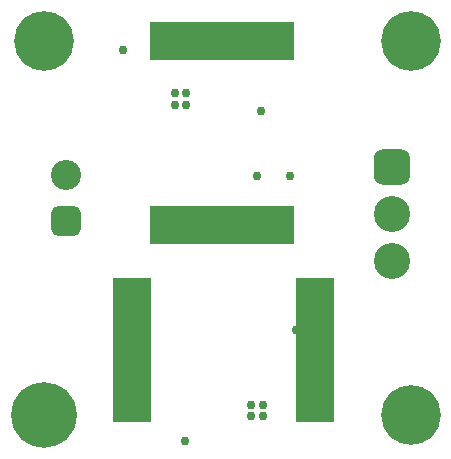
<source format=gbs>
G04*
G04 #@! TF.GenerationSoftware,Altium Limited,Altium Designer,21.8.1 (53)*
G04*
G04 Layer_Color=16711935*
%FSAX44Y44*%
%MOMM*%
G71*
G04*
G04 #@! TF.SameCoordinates,6BB75745-684E-4E6C-8D6C-D78F644A18B4*
G04*
G04*
G04 #@! TF.FilePolarity,Negative*
G04*
G01*
G75*
%ADD20C,5.0500*%
%ADD21C,5.5500*%
%ADD22C,3.0500*%
G04:AMPARAMS|DCode=23|XSize=3.05mm|YSize=3.05mm|CornerRadius=0.775mm|HoleSize=0mm|Usage=FLASHONLY|Rotation=270.000|XOffset=0mm|YOffset=0mm|HoleType=Round|Shape=RoundedRectangle|*
%AMROUNDEDRECTD23*
21,1,3.0500,1.5000,0,0,270.0*
21,1,1.5000,3.0500,0,0,270.0*
1,1,1.5500,-0.7500,-0.7500*
1,1,1.5500,-0.7500,0.7500*
1,1,1.5500,0.7500,0.7500*
1,1,1.5500,0.7500,-0.7500*
%
%ADD23ROUNDEDRECTD23*%
%ADD24C,2.5500*%
G04:AMPARAMS|DCode=25|XSize=2.55mm|YSize=2.55mm|CornerRadius=0.65mm|HoleSize=0mm|Usage=FLASHONLY|Rotation=90.000|XOffset=0mm|YOffset=0mm|HoleType=Round|Shape=RoundedRectangle|*
%AMROUNDEDRECTD25*
21,1,2.5500,1.2500,0,0,90.0*
21,1,1.2500,2.5500,0,0,90.0*
1,1,1.3000,0.6250,0.6250*
1,1,1.3000,0.6250,-0.6250*
1,1,1.3000,-0.6250,-0.6250*
1,1,1.3000,-0.6250,0.6250*
%
%ADD25ROUNDEDRECTD25*%
%ADD26C,0.7500*%
%ADD53R,12.1500X3.3000*%
%ADD54R,3.3000X12.1500*%
D20*
X01341000Y00385000D02*
D03*
X01030000Y00702000D02*
D03*
X01341000D02*
D03*
D21*
X01030000Y00385000D02*
D03*
D22*
X01325000Y00516000D02*
D03*
Y00555600D02*
D03*
D23*
Y00595200D02*
D03*
D24*
X01049000Y00588800D02*
D03*
D25*
Y00549200D02*
D03*
D26*
X01208000Y00559000D02*
D03*
X01203000Y00547000D02*
D03*
X01168000Y00703000D02*
D03*
Y00694000D02*
D03*
X01189000Y00703000D02*
D03*
Y00694000D02*
D03*
X01217000Y00546000D02*
D03*
Y00559000D02*
D03*
X01104000Y00386000D02*
D03*
X01255000Y00460000D02*
D03*
X01265000Y00456000D02*
D03*
X01264000Y00446000D02*
D03*
X01244000Y00457000D02*
D03*
X01211000Y00588000D02*
D03*
X01214000Y00643000D02*
D03*
X01097000Y00694000D02*
D03*
X01239000Y00588000D02*
D03*
X01150000Y00363000D02*
D03*
X01216000Y00394000D02*
D03*
X01206000D02*
D03*
X01216000Y00384000D02*
D03*
X01206000D02*
D03*
X01151000Y00648000D02*
D03*
X01141000D02*
D03*
Y00658000D02*
D03*
X01151000D02*
D03*
D53*
X01181000Y00546500D02*
D03*
Y00701500D02*
D03*
D54*
X01259500Y00440000D02*
D03*
X01104500D02*
D03*
M02*

</source>
